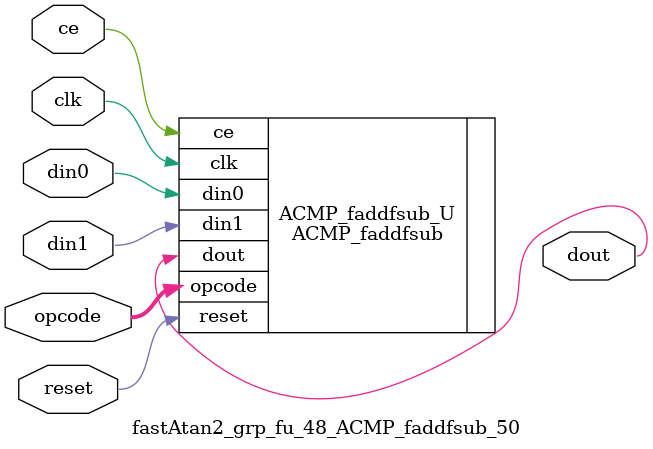
<source format=v>

`timescale 1 ns / 1 ps
module fastAtan2_grp_fu_48_ACMP_faddfsub_50(
    clk,
    reset,
    ce,
    din0,
    din1,
    opcode,
    dout);

parameter ID = 32'd1;
parameter NUM_STAGE = 32'd1;
parameter din0_WIDTH = 32'd1;
parameter din1_WIDTH = 32'd1;
parameter dout_WIDTH = 32'd1;
input clk;
input reset;
input ce;
input[din0_WIDTH - 1:0] din0;
input[din1_WIDTH - 1:0] din1;
input[2 - 1:0] opcode;
output[dout_WIDTH - 1:0] dout;



ACMP_faddfsub #(
.ID( ID ),
.NUM_STAGE( 4 ),
.din0_WIDTH( din0_WIDTH ),
.din1_WIDTH( din1_WIDTH ),
.dout_WIDTH( dout_WIDTH ))
ACMP_faddfsub_U(
    .clk( clk ),
    .reset( reset ),
    .ce( ce ),
    .din0( din0 ),
    .din1( din1 ),
    .dout( dout ),
    .opcode( opcode ));

endmodule

</source>
